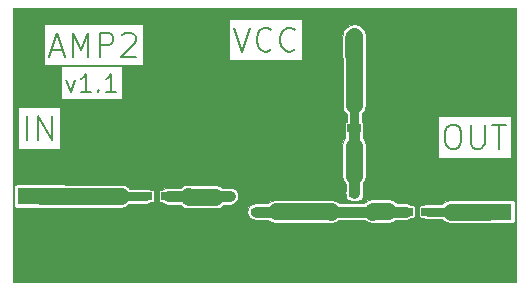
<source format=gbr>
G04 #@! TF.FileFunction,Copper,L1,Top,Signal*
%FSLAX46Y46*%
G04 Gerber Fmt 4.6, Leading zero omitted, Abs format (unit mm)*
G04 Created by KiCad (PCBNEW 4.0.2+dfsg1-stable) date Qua 18 Mai 2016 07:57:35 BRT*
%MOMM*%
G01*
G04 APERTURE LIST*
%ADD10C,0.100000*%
%ADD11C,0.200000*%
%ADD12R,0.900000X0.700000*%
%ADD13C,1.500000*%
%ADD14R,4.000000X1.481000*%
%ADD15O,1.506220X3.014980*%
%ADD16R,0.950000X0.500000*%
%ADD17R,0.950000X0.800000*%
%ADD18R,1.200000X0.750000*%
%ADD19C,0.950000*%
%ADD20C,1.470000*%
%ADD21C,0.800000*%
G04 APERTURE END LIST*
D10*
D11*
X165720664Y-102711131D02*
X166077807Y-103711131D01*
X166434949Y-102711131D01*
X167792092Y-103711131D02*
X166934949Y-103711131D01*
X167363521Y-103711131D02*
X167363521Y-102211131D01*
X167220664Y-102425417D01*
X167077806Y-102568274D01*
X166934949Y-102639703D01*
X168434949Y-103568274D02*
X168506377Y-103639703D01*
X168434949Y-103711131D01*
X168363520Y-103639703D01*
X168434949Y-103568274D01*
X168434949Y-103711131D01*
X169934949Y-103711131D02*
X169077806Y-103711131D01*
X169506378Y-103711131D02*
X169506378Y-102211131D01*
X169363521Y-102425417D01*
X169220663Y-102568274D01*
X169077806Y-102639703D01*
X164453571Y-100158333D02*
X165405952Y-100158333D01*
X164263095Y-100729762D02*
X164929762Y-98729762D01*
X165596429Y-100729762D01*
X166263095Y-100729762D02*
X166263095Y-98729762D01*
X166929762Y-100158333D01*
X167596429Y-98729762D01*
X167596429Y-100729762D01*
X168548809Y-100729762D02*
X168548809Y-98729762D01*
X169310714Y-98729762D01*
X169501190Y-98825000D01*
X169596429Y-98920238D01*
X169691667Y-99110714D01*
X169691667Y-99396429D01*
X169596429Y-99586905D01*
X169501190Y-99682143D01*
X169310714Y-99777381D01*
X168548809Y-99777381D01*
X170453571Y-98920238D02*
X170548809Y-98825000D01*
X170739286Y-98729762D01*
X171215476Y-98729762D01*
X171405952Y-98825000D01*
X171501190Y-98920238D01*
X171596429Y-99110714D01*
X171596429Y-99301190D01*
X171501190Y-99586905D01*
X170358333Y-100729762D01*
X171596429Y-100729762D01*
X179933333Y-98304762D02*
X180600000Y-100304762D01*
X181266667Y-98304762D01*
X183076191Y-100114286D02*
X182980953Y-100209524D01*
X182695238Y-100304762D01*
X182504762Y-100304762D01*
X182219048Y-100209524D01*
X182028572Y-100019048D01*
X181933333Y-99828571D01*
X181838095Y-99447619D01*
X181838095Y-99161905D01*
X181933333Y-98780952D01*
X182028572Y-98590476D01*
X182219048Y-98400000D01*
X182504762Y-98304762D01*
X182695238Y-98304762D01*
X182980953Y-98400000D01*
X183076191Y-98495238D01*
X185076191Y-100114286D02*
X184980953Y-100209524D01*
X184695238Y-100304762D01*
X184504762Y-100304762D01*
X184219048Y-100209524D01*
X184028572Y-100019048D01*
X183933333Y-99828571D01*
X183838095Y-99447619D01*
X183838095Y-99161905D01*
X183933333Y-98780952D01*
X184028572Y-98590476D01*
X184219048Y-98400000D01*
X184504762Y-98304762D01*
X184695238Y-98304762D01*
X184980953Y-98400000D01*
X185076191Y-98495238D01*
X162377381Y-107779762D02*
X162377381Y-105779762D01*
X163329762Y-107779762D02*
X163329762Y-105779762D01*
X164472620Y-107779762D01*
X164472620Y-105779762D01*
X198275000Y-106529762D02*
X198655952Y-106529762D01*
X198846428Y-106625000D01*
X199036905Y-106815476D01*
X199132143Y-107196429D01*
X199132143Y-107863095D01*
X199036905Y-108244048D01*
X198846428Y-108434524D01*
X198655952Y-108529762D01*
X198275000Y-108529762D01*
X198084524Y-108434524D01*
X197894047Y-108244048D01*
X197798809Y-107863095D01*
X197798809Y-107196429D01*
X197894047Y-106815476D01*
X198084524Y-106625000D01*
X198275000Y-106529762D01*
X199989285Y-106529762D02*
X199989285Y-108148810D01*
X200084524Y-108339286D01*
X200179762Y-108434524D01*
X200370238Y-108529762D01*
X200751190Y-108529762D01*
X200941666Y-108434524D01*
X201036905Y-108339286D01*
X201132143Y-108148810D01*
X201132143Y-106529762D01*
X201798809Y-106529762D02*
X202941666Y-106529762D01*
X202370238Y-108529762D02*
X202370238Y-106529762D01*
D12*
X190100000Y-112250000D03*
X190100000Y-113850000D03*
D13*
X195800000Y-111200000D03*
X195800000Y-116200000D03*
X194100000Y-108000000D03*
X186100000Y-108000000D03*
X194100000Y-104000000D03*
X186100000Y-104000000D03*
X183300000Y-116200000D03*
X185800000Y-116200000D03*
X188300000Y-116200000D03*
X190800000Y-116200000D03*
X193300000Y-116200000D03*
X198300000Y-116200000D03*
X183300000Y-111200000D03*
X185800000Y-111200000D03*
X193300000Y-111200000D03*
X179050000Y-110050000D03*
X176550000Y-110050000D03*
X174050000Y-110050000D03*
X171550000Y-110050000D03*
X169050000Y-110050000D03*
X166550000Y-110050000D03*
X176550000Y-115050000D03*
X174050000Y-115050000D03*
X171550000Y-115050000D03*
X169050000Y-115050000D03*
D14*
X163550000Y-112550000D03*
X201450000Y-113850000D03*
D13*
X166550000Y-115050000D03*
X198300000Y-111200000D03*
X179900000Y-116025000D03*
D15*
X190080000Y-99925000D03*
X192620000Y-99925000D03*
D16*
X181779900Y-113850000D03*
D17*
X181779900Y-112700000D03*
D16*
X179570100Y-112550000D03*
X179570100Y-113850000D03*
D18*
X174325000Y-112550000D03*
X172425000Y-112550000D03*
X194450000Y-113850000D03*
X196350000Y-113850000D03*
X191975000Y-106775000D03*
X190075000Y-106775000D03*
D19*
X190100000Y-113850000D02*
X191610400Y-113850000D01*
D20*
X191610400Y-113850000D02*
X191653160Y-113807240D01*
X191653160Y-113807240D02*
X192989200Y-113807240D01*
D19*
X192989200Y-113807240D02*
X193031960Y-113850000D01*
X193031960Y-113850000D02*
X194450000Y-113850000D01*
X190100000Y-113850000D02*
X188160240Y-113850000D01*
X183451920Y-113850000D02*
X181779900Y-113850000D01*
X183459120Y-113842800D02*
X183451920Y-113850000D01*
D20*
X188153040Y-113842800D02*
X183459120Y-113842800D01*
X188160240Y-113850000D02*
X188153040Y-113842800D01*
D19*
X174325000Y-112550000D02*
X176044800Y-112550000D01*
X178366360Y-112550000D02*
X179570100Y-112550000D01*
X178318160Y-112598200D02*
X178366360Y-112550000D01*
D20*
X176093000Y-112598200D02*
X178318160Y-112598200D01*
X176044800Y-112550000D02*
X176093000Y-112598200D01*
X163550000Y-112550000D02*
X170325000Y-112550000D01*
D21*
X170325000Y-112550000D02*
X172450000Y-112550000D01*
X196350000Y-113850000D02*
X198275000Y-113850000D01*
D20*
X198275000Y-113850000D02*
X201450000Y-113850000D01*
D19*
X190075000Y-106775000D02*
X190075000Y-108266680D01*
X190100000Y-110831680D02*
X190100000Y-112250000D01*
X190078360Y-110810040D02*
X190100000Y-110831680D01*
D20*
X190078360Y-108270040D02*
X190078360Y-110810040D01*
X190075000Y-108266680D02*
X190078360Y-108270040D01*
D19*
X190075000Y-112225000D02*
X190100000Y-112250000D01*
D21*
X190100000Y-104850000D02*
X190100000Y-106825000D01*
X190100000Y-106750000D02*
X190125000Y-106725000D01*
D20*
X190100000Y-98975000D02*
X190100000Y-104850000D01*
D10*
G36*
X203775000Y-119775000D02*
X161225000Y-119775000D01*
X161225000Y-113850000D01*
X181054900Y-113850000D01*
X181110087Y-114127445D01*
X181267248Y-114362652D01*
X181502455Y-114519813D01*
X181779900Y-114575000D01*
X182816049Y-114575000D01*
X183082177Y-114752821D01*
X183459120Y-114827800D01*
X188124043Y-114827800D01*
X188160240Y-114835000D01*
X188537183Y-114760021D01*
X188814087Y-114575000D01*
X190956553Y-114575000D01*
X191233457Y-114760021D01*
X191610400Y-114835000D01*
X191825368Y-114792240D01*
X192989200Y-114792240D01*
X193366143Y-114717261D01*
X193579052Y-114575000D01*
X194450000Y-114575000D01*
X194727445Y-114519813D01*
X194939775Y-114377938D01*
X195050000Y-114377938D01*
X195105586Y-114367479D01*
X195156639Y-114334627D01*
X195190889Y-114284501D01*
X195202938Y-114225000D01*
X195202938Y-113475000D01*
X195597062Y-113475000D01*
X195597062Y-114225000D01*
X195607521Y-114280586D01*
X195640373Y-114331639D01*
X195690499Y-114365889D01*
X195750000Y-114377938D01*
X195992627Y-114377938D01*
X196101256Y-114450522D01*
X196350000Y-114500000D01*
X197547430Y-114500000D01*
X197578500Y-114546500D01*
X197898057Y-114760021D01*
X198275000Y-114835000D01*
X199398657Y-114835000D01*
X199450000Y-114845397D01*
X203450000Y-114845397D01*
X203542644Y-114827965D01*
X203627732Y-114773212D01*
X203684815Y-114689669D01*
X203704897Y-114590500D01*
X203704897Y-113109500D01*
X203687465Y-113016856D01*
X203632712Y-112931768D01*
X203549169Y-112874685D01*
X203450000Y-112854603D01*
X199450000Y-112854603D01*
X199394744Y-112865000D01*
X198275000Y-112865000D01*
X197898057Y-112939979D01*
X197578500Y-113153500D01*
X197547430Y-113200000D01*
X196350000Y-113200000D01*
X196101256Y-113249478D01*
X195992627Y-113322062D01*
X195750000Y-113322062D01*
X195694414Y-113332521D01*
X195643361Y-113365373D01*
X195609111Y-113415499D01*
X195597062Y-113475000D01*
X195202938Y-113475000D01*
X195192479Y-113419414D01*
X195159627Y-113368361D01*
X195109501Y-113334111D01*
X195050000Y-113322062D01*
X194939775Y-113322062D01*
X194727445Y-113180187D01*
X194450000Y-113125000D01*
X193695228Y-113125000D01*
X193685700Y-113110740D01*
X193366143Y-112897219D01*
X192989200Y-112822240D01*
X191653160Y-112822240D01*
X191276217Y-112897219D01*
X190956660Y-113110740D01*
X190942400Y-113125000D01*
X188817662Y-113125000D01*
X188529983Y-112932779D01*
X188153040Y-112857800D01*
X183459120Y-112857800D01*
X183082177Y-112932779D01*
X182794498Y-113125000D01*
X181779900Y-113125000D01*
X181502455Y-113180187D01*
X181267248Y-113337348D01*
X181110087Y-113572555D01*
X181054900Y-113850000D01*
X161225000Y-113850000D01*
X161225000Y-111809500D01*
X161295103Y-111809500D01*
X161295103Y-113290500D01*
X161312535Y-113383144D01*
X161367288Y-113468232D01*
X161450831Y-113525315D01*
X161550000Y-113545397D01*
X165550000Y-113545397D01*
X165605256Y-113535000D01*
X170325000Y-113535000D01*
X170701943Y-113460021D01*
X171021500Y-113246500D01*
X171052570Y-113200000D01*
X172450000Y-113200000D01*
X172698744Y-113150522D01*
X172807373Y-113077938D01*
X173025000Y-113077938D01*
X173080586Y-113067479D01*
X173131639Y-113034627D01*
X173165889Y-112984501D01*
X173177938Y-112925000D01*
X173177938Y-112175000D01*
X173572062Y-112175000D01*
X173572062Y-112925000D01*
X173582521Y-112980586D01*
X173615373Y-113031639D01*
X173665499Y-113065889D01*
X173725000Y-113077938D01*
X173835225Y-113077938D01*
X174047555Y-113219813D01*
X174325000Y-113275000D01*
X175376800Y-113275000D01*
X175396500Y-113294700D01*
X175716057Y-113508221D01*
X176093000Y-113583200D01*
X178318160Y-113583200D01*
X178695103Y-113508221D01*
X179014660Y-113294700D01*
X179027823Y-113275000D01*
X179570100Y-113275000D01*
X179847545Y-113219813D01*
X180082752Y-113062652D01*
X180239913Y-112827445D01*
X180295100Y-112550000D01*
X180239913Y-112272555D01*
X180082752Y-112037348D01*
X179847545Y-111880187D01*
X179570100Y-111825000D01*
X178899870Y-111825000D01*
X178695103Y-111688179D01*
X178318160Y-111613200D01*
X176287117Y-111613200D01*
X176044800Y-111565000D01*
X175667857Y-111639979D01*
X175390953Y-111825000D01*
X174325000Y-111825000D01*
X174047555Y-111880187D01*
X173835225Y-112022062D01*
X173725000Y-112022062D01*
X173669414Y-112032521D01*
X173618361Y-112065373D01*
X173584111Y-112115499D01*
X173572062Y-112175000D01*
X173177938Y-112175000D01*
X173167479Y-112119414D01*
X173134627Y-112068361D01*
X173084501Y-112034111D01*
X173025000Y-112022062D01*
X172807373Y-112022062D01*
X172698744Y-111949478D01*
X172450000Y-111900000D01*
X171052570Y-111900000D01*
X171021500Y-111853500D01*
X170701943Y-111639979D01*
X170325000Y-111565000D01*
X165601343Y-111565000D01*
X165550000Y-111554603D01*
X161550000Y-111554603D01*
X161457356Y-111572035D01*
X161372268Y-111626788D01*
X161315185Y-111710331D01*
X161295103Y-111809500D01*
X161225000Y-111809500D01*
X161225000Y-105025000D01*
X161651191Y-105025000D01*
X161651191Y-108525000D01*
X165198810Y-108525000D01*
X165198810Y-105025000D01*
X161651191Y-105025000D01*
X161225000Y-105025000D01*
X161225000Y-101532560D01*
X165256378Y-101532560D01*
X165256378Y-104332560D01*
X170470663Y-104332560D01*
X170470663Y-101532560D01*
X165256378Y-101532560D01*
X161225000Y-101532560D01*
X161225000Y-97975000D01*
X163822619Y-97975000D01*
X163822619Y-101475000D01*
X172227381Y-101475000D01*
X172227381Y-97975000D01*
X163822619Y-97975000D01*
X161225000Y-97975000D01*
X161225000Y-97550000D01*
X179492857Y-97550000D01*
X179492857Y-101050000D01*
X185707143Y-101050000D01*
X185707143Y-99136189D01*
X189076890Y-99136189D01*
X189076890Y-100713811D01*
X189115000Y-100905404D01*
X189115000Y-104850000D01*
X189189979Y-105226943D01*
X189403500Y-105546500D01*
X189450000Y-105577570D01*
X189450000Y-106251766D01*
X189419414Y-106257521D01*
X189368361Y-106290373D01*
X189334111Y-106340499D01*
X189322062Y-106400000D01*
X189322062Y-107150000D01*
X189332521Y-107205586D01*
X189350000Y-107232749D01*
X189350000Y-107612833D01*
X189164979Y-107889737D01*
X189090000Y-108266680D01*
X189093360Y-108283572D01*
X189093360Y-110810040D01*
X189168339Y-111186983D01*
X189375000Y-111496273D01*
X189375000Y-112099318D01*
X189350001Y-112225000D01*
X189395103Y-112451749D01*
X189395103Y-112600000D01*
X189412535Y-112692644D01*
X189467288Y-112777732D01*
X189550831Y-112834815D01*
X189650000Y-112854897D01*
X189725402Y-112854897D01*
X189822555Y-112919813D01*
X190100000Y-112975000D01*
X190377445Y-112919813D01*
X190474598Y-112854897D01*
X190550000Y-112854897D01*
X190642644Y-112837465D01*
X190727732Y-112782712D01*
X190784815Y-112699169D01*
X190804897Y-112600000D01*
X190804897Y-112351065D01*
X190825000Y-112250000D01*
X190825000Y-111431500D01*
X190988381Y-111186983D01*
X191063360Y-110810040D01*
X191063360Y-108270040D01*
X190988381Y-107893097D01*
X190800000Y-107611165D01*
X190800000Y-107232755D01*
X190815889Y-107209501D01*
X190827938Y-107150000D01*
X190827938Y-106400000D01*
X190817479Y-106344414D01*
X190784627Y-106293361D01*
X190750000Y-106269701D01*
X190750000Y-105775000D01*
X197167857Y-105775000D01*
X197167857Y-109275000D01*
X203382143Y-109275000D01*
X203382143Y-105775000D01*
X197167857Y-105775000D01*
X190750000Y-105775000D01*
X190750000Y-105577570D01*
X190796500Y-105546500D01*
X191010021Y-105226943D01*
X191085000Y-104850000D01*
X191085000Y-98975000D01*
X191010021Y-98598057D01*
X190796500Y-98278500D01*
X190476943Y-98064979D01*
X190100000Y-97990000D01*
X189723057Y-98064979D01*
X189403500Y-98278500D01*
X189189979Y-98598057D01*
X189161859Y-98739427D01*
X189153247Y-98752315D01*
X189076890Y-99136189D01*
X185707143Y-99136189D01*
X185707143Y-97550000D01*
X179492857Y-97550000D01*
X161225000Y-97550000D01*
X161225000Y-96575000D01*
X203775000Y-96575000D01*
X203775000Y-119775000D01*
X203775000Y-119775000D01*
G37*
X203775000Y-119775000D02*
X161225000Y-119775000D01*
X161225000Y-113850000D01*
X181054900Y-113850000D01*
X181110087Y-114127445D01*
X181267248Y-114362652D01*
X181502455Y-114519813D01*
X181779900Y-114575000D01*
X182816049Y-114575000D01*
X183082177Y-114752821D01*
X183459120Y-114827800D01*
X188124043Y-114827800D01*
X188160240Y-114835000D01*
X188537183Y-114760021D01*
X188814087Y-114575000D01*
X190956553Y-114575000D01*
X191233457Y-114760021D01*
X191610400Y-114835000D01*
X191825368Y-114792240D01*
X192989200Y-114792240D01*
X193366143Y-114717261D01*
X193579052Y-114575000D01*
X194450000Y-114575000D01*
X194727445Y-114519813D01*
X194939775Y-114377938D01*
X195050000Y-114377938D01*
X195105586Y-114367479D01*
X195156639Y-114334627D01*
X195190889Y-114284501D01*
X195202938Y-114225000D01*
X195202938Y-113475000D01*
X195597062Y-113475000D01*
X195597062Y-114225000D01*
X195607521Y-114280586D01*
X195640373Y-114331639D01*
X195690499Y-114365889D01*
X195750000Y-114377938D01*
X195992627Y-114377938D01*
X196101256Y-114450522D01*
X196350000Y-114500000D01*
X197547430Y-114500000D01*
X197578500Y-114546500D01*
X197898057Y-114760021D01*
X198275000Y-114835000D01*
X199398657Y-114835000D01*
X199450000Y-114845397D01*
X203450000Y-114845397D01*
X203542644Y-114827965D01*
X203627732Y-114773212D01*
X203684815Y-114689669D01*
X203704897Y-114590500D01*
X203704897Y-113109500D01*
X203687465Y-113016856D01*
X203632712Y-112931768D01*
X203549169Y-112874685D01*
X203450000Y-112854603D01*
X199450000Y-112854603D01*
X199394744Y-112865000D01*
X198275000Y-112865000D01*
X197898057Y-112939979D01*
X197578500Y-113153500D01*
X197547430Y-113200000D01*
X196350000Y-113200000D01*
X196101256Y-113249478D01*
X195992627Y-113322062D01*
X195750000Y-113322062D01*
X195694414Y-113332521D01*
X195643361Y-113365373D01*
X195609111Y-113415499D01*
X195597062Y-113475000D01*
X195202938Y-113475000D01*
X195192479Y-113419414D01*
X195159627Y-113368361D01*
X195109501Y-113334111D01*
X195050000Y-113322062D01*
X194939775Y-113322062D01*
X194727445Y-113180187D01*
X194450000Y-113125000D01*
X193695228Y-113125000D01*
X193685700Y-113110740D01*
X193366143Y-112897219D01*
X192989200Y-112822240D01*
X191653160Y-112822240D01*
X191276217Y-112897219D01*
X190956660Y-113110740D01*
X190942400Y-113125000D01*
X188817662Y-113125000D01*
X188529983Y-112932779D01*
X188153040Y-112857800D01*
X183459120Y-112857800D01*
X183082177Y-112932779D01*
X182794498Y-113125000D01*
X181779900Y-113125000D01*
X181502455Y-113180187D01*
X181267248Y-113337348D01*
X181110087Y-113572555D01*
X181054900Y-113850000D01*
X161225000Y-113850000D01*
X161225000Y-111809500D01*
X161295103Y-111809500D01*
X161295103Y-113290500D01*
X161312535Y-113383144D01*
X161367288Y-113468232D01*
X161450831Y-113525315D01*
X161550000Y-113545397D01*
X165550000Y-113545397D01*
X165605256Y-113535000D01*
X170325000Y-113535000D01*
X170701943Y-113460021D01*
X171021500Y-113246500D01*
X171052570Y-113200000D01*
X172450000Y-113200000D01*
X172698744Y-113150522D01*
X172807373Y-113077938D01*
X173025000Y-113077938D01*
X173080586Y-113067479D01*
X173131639Y-113034627D01*
X173165889Y-112984501D01*
X173177938Y-112925000D01*
X173177938Y-112175000D01*
X173572062Y-112175000D01*
X173572062Y-112925000D01*
X173582521Y-112980586D01*
X173615373Y-113031639D01*
X173665499Y-113065889D01*
X173725000Y-113077938D01*
X173835225Y-113077938D01*
X174047555Y-113219813D01*
X174325000Y-113275000D01*
X175376800Y-113275000D01*
X175396500Y-113294700D01*
X175716057Y-113508221D01*
X176093000Y-113583200D01*
X178318160Y-113583200D01*
X178695103Y-113508221D01*
X179014660Y-113294700D01*
X179027823Y-113275000D01*
X179570100Y-113275000D01*
X179847545Y-113219813D01*
X180082752Y-113062652D01*
X180239913Y-112827445D01*
X180295100Y-112550000D01*
X180239913Y-112272555D01*
X180082752Y-112037348D01*
X179847545Y-111880187D01*
X179570100Y-111825000D01*
X178899870Y-111825000D01*
X178695103Y-111688179D01*
X178318160Y-111613200D01*
X176287117Y-111613200D01*
X176044800Y-111565000D01*
X175667857Y-111639979D01*
X175390953Y-111825000D01*
X174325000Y-111825000D01*
X174047555Y-111880187D01*
X173835225Y-112022062D01*
X173725000Y-112022062D01*
X173669414Y-112032521D01*
X173618361Y-112065373D01*
X173584111Y-112115499D01*
X173572062Y-112175000D01*
X173177938Y-112175000D01*
X173167479Y-112119414D01*
X173134627Y-112068361D01*
X173084501Y-112034111D01*
X173025000Y-112022062D01*
X172807373Y-112022062D01*
X172698744Y-111949478D01*
X172450000Y-111900000D01*
X171052570Y-111900000D01*
X171021500Y-111853500D01*
X170701943Y-111639979D01*
X170325000Y-111565000D01*
X165601343Y-111565000D01*
X165550000Y-111554603D01*
X161550000Y-111554603D01*
X161457356Y-111572035D01*
X161372268Y-111626788D01*
X161315185Y-111710331D01*
X161295103Y-111809500D01*
X161225000Y-111809500D01*
X161225000Y-105025000D01*
X161651191Y-105025000D01*
X161651191Y-108525000D01*
X165198810Y-108525000D01*
X165198810Y-105025000D01*
X161651191Y-105025000D01*
X161225000Y-105025000D01*
X161225000Y-101532560D01*
X165256378Y-101532560D01*
X165256378Y-104332560D01*
X170470663Y-104332560D01*
X170470663Y-101532560D01*
X165256378Y-101532560D01*
X161225000Y-101532560D01*
X161225000Y-97975000D01*
X163822619Y-97975000D01*
X163822619Y-101475000D01*
X172227381Y-101475000D01*
X172227381Y-97975000D01*
X163822619Y-97975000D01*
X161225000Y-97975000D01*
X161225000Y-97550000D01*
X179492857Y-97550000D01*
X179492857Y-101050000D01*
X185707143Y-101050000D01*
X185707143Y-99136189D01*
X189076890Y-99136189D01*
X189076890Y-100713811D01*
X189115000Y-100905404D01*
X189115000Y-104850000D01*
X189189979Y-105226943D01*
X189403500Y-105546500D01*
X189450000Y-105577570D01*
X189450000Y-106251766D01*
X189419414Y-106257521D01*
X189368361Y-106290373D01*
X189334111Y-106340499D01*
X189322062Y-106400000D01*
X189322062Y-107150000D01*
X189332521Y-107205586D01*
X189350000Y-107232749D01*
X189350000Y-107612833D01*
X189164979Y-107889737D01*
X189090000Y-108266680D01*
X189093360Y-108283572D01*
X189093360Y-110810040D01*
X189168339Y-111186983D01*
X189375000Y-111496273D01*
X189375000Y-112099318D01*
X189350001Y-112225000D01*
X189395103Y-112451749D01*
X189395103Y-112600000D01*
X189412535Y-112692644D01*
X189467288Y-112777732D01*
X189550831Y-112834815D01*
X189650000Y-112854897D01*
X189725402Y-112854897D01*
X189822555Y-112919813D01*
X190100000Y-112975000D01*
X190377445Y-112919813D01*
X190474598Y-112854897D01*
X190550000Y-112854897D01*
X190642644Y-112837465D01*
X190727732Y-112782712D01*
X190784815Y-112699169D01*
X190804897Y-112600000D01*
X190804897Y-112351065D01*
X190825000Y-112250000D01*
X190825000Y-111431500D01*
X190988381Y-111186983D01*
X191063360Y-110810040D01*
X191063360Y-108270040D01*
X190988381Y-107893097D01*
X190800000Y-107611165D01*
X190800000Y-107232755D01*
X190815889Y-107209501D01*
X190827938Y-107150000D01*
X190827938Y-106400000D01*
X190817479Y-106344414D01*
X190784627Y-106293361D01*
X190750000Y-106269701D01*
X190750000Y-105775000D01*
X197167857Y-105775000D01*
X197167857Y-109275000D01*
X203382143Y-109275000D01*
X203382143Y-105775000D01*
X197167857Y-105775000D01*
X190750000Y-105775000D01*
X190750000Y-105577570D01*
X190796500Y-105546500D01*
X191010021Y-105226943D01*
X191085000Y-104850000D01*
X191085000Y-98975000D01*
X191010021Y-98598057D01*
X190796500Y-98278500D01*
X190476943Y-98064979D01*
X190100000Y-97990000D01*
X189723057Y-98064979D01*
X189403500Y-98278500D01*
X189189979Y-98598057D01*
X189161859Y-98739427D01*
X189153247Y-98752315D01*
X189076890Y-99136189D01*
X185707143Y-99136189D01*
X185707143Y-97550000D01*
X179492857Y-97550000D01*
X161225000Y-97550000D01*
X161225000Y-96575000D01*
X203775000Y-96575000D01*
X203775000Y-119775000D01*
M02*

</source>
